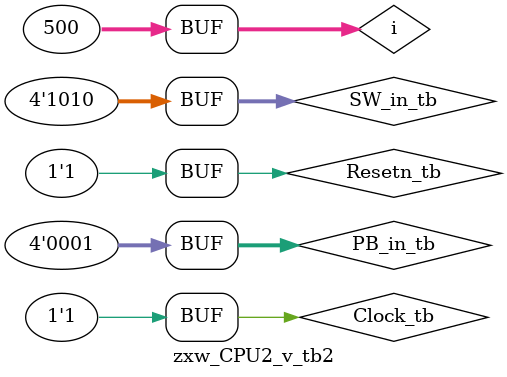
<source format=v>
module zxw_CPU2_v_tb2;
	reg	Resetn_tb, Clock_tb;
	reg	[3:0] SW_in_tb, PB_in_tb;
	wire [3:0] DHR_out_tb, DLR_out_tb;
	integer i;

zxw_CPU2_v	dut (Resetn_tb, Clock_tb, 
	SW_in_tb, PB_in_tb, 
	DHR_out_tb, DLR_out_tb);
	
initial	begin	
//----------------------------------------------------------------------------
//	Resetn_tb, Clock_tb, LD_A_tb, SW_in_tb, PB_in_tb, DHR_out_tb, DLR_out_tb
//----------------------------------------------------------------------------
//-- Test Vector 1 (40ns): Reset
//----------------------------------------------------------------------------
	apply_test_vector(0, 0, 4'b0000, 4'b0000);
//----------------------------------------------------------------------------
//-- All other test vectors
//----------------------------------------------------------------------------
	for (i=0; i<30; i=i+1)
		apply_test_vector(1, 0, 4'b0101, 4'b0001);
	for (i=0; i<30; i=i+1)
		apply_test_vector(1, 0, 4'b0101, 4'b0000);
	for (i=0; i<30; i=i+1)
		apply_test_vector(1, 0, 4'b0101, 4'b0001);
	for (i=0; i<30; i=i+1)
		apply_test_vector(1, 0, 4'b0101, 4'b0001);
	for (i=0; i<30; i=i+1)
		apply_test_vector(1, 0, 4'b1010, 4'b0000);
	for (i=0; i<30; i=i+1)
		apply_test_vector(1, 0, 4'b1010, 4'b0001);
	for (i=0; i<500; i=i+1)
		apply_test_vector(1, 0, 4'b1010, 4'b0001);
end

task apply_test_vector;
	input	Resetn_int, Clock_int;
	input	[3:0] SW_in_int, PB_in_int;
	
	begin
		Resetn_tb = Resetn_int; Clock_tb = Clock_int; 
		SW_in_tb = SW_in_int; PB_in_tb = PB_in_int;
		#20000;
		Clock_tb = 1;
		#20000;
	end
endtask
endmodule

</source>
